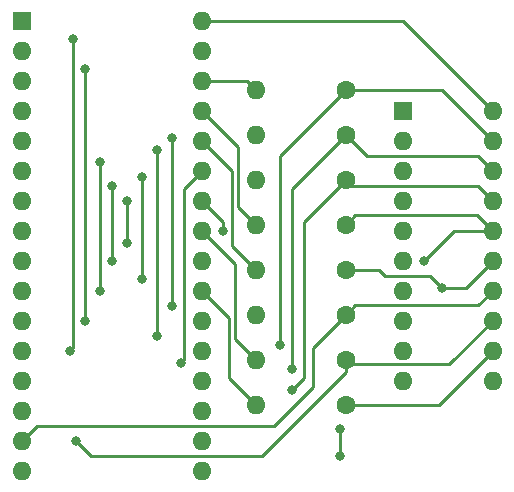
<source format=gtl>
G04 #@! TF.GenerationSoftware,KiCad,Pcbnew,5.1.12-84ad8e8a86~92~ubuntu20.04.1*
G04 #@! TF.CreationDate,2022-09-18T19:07:34-04:00*
G04 #@! TF.ProjectId,pal-dumper,70616c2d-6475-46d7-9065-722e6b696361,v1.0*
G04 #@! TF.SameCoordinates,Original*
G04 #@! TF.FileFunction,Copper,L1,Top*
G04 #@! TF.FilePolarity,Positive*
%FSLAX46Y46*%
G04 Gerber Fmt 4.6, Leading zero omitted, Abs format (unit mm)*
G04 Created by KiCad (PCBNEW 5.1.12-84ad8e8a86~92~ubuntu20.04.1) date 2022-09-18 19:07:34*
%MOMM*%
%LPD*%
G01*
G04 APERTURE LIST*
G04 #@! TA.AperFunction,ComponentPad*
%ADD10O,1.600000X1.600000*%
G04 #@! TD*
G04 #@! TA.AperFunction,ComponentPad*
%ADD11C,1.600000*%
G04 #@! TD*
G04 #@! TA.AperFunction,ComponentPad*
%ADD12R,1.600000X1.600000*%
G04 #@! TD*
G04 #@! TA.AperFunction,ViaPad*
%ADD13C,0.800000*%
G04 #@! TD*
G04 #@! TA.AperFunction,Conductor*
%ADD14C,0.250000*%
G04 #@! TD*
G04 APERTURE END LIST*
D10*
X136144000Y-92710000D03*
D11*
X143764000Y-92710000D03*
D10*
X156210000Y-83058000D03*
X148590000Y-105918000D03*
X156210000Y-85598000D03*
X148590000Y-103378000D03*
X156210000Y-88138000D03*
X148590000Y-100838000D03*
X156210000Y-90678000D03*
X148590000Y-98298000D03*
X156210000Y-93218000D03*
X148590000Y-95758000D03*
X156210000Y-95758000D03*
X148590000Y-93218000D03*
X156210000Y-98298000D03*
X148590000Y-90678000D03*
X156210000Y-100838000D03*
X148590000Y-88138000D03*
X156210000Y-103378000D03*
X148590000Y-85598000D03*
X156210000Y-105918000D03*
D12*
X148590000Y-83058000D03*
D10*
X131572000Y-75438000D03*
X116332000Y-113538000D03*
X131572000Y-77978000D03*
X116332000Y-110998000D03*
X131572000Y-80518000D03*
X116332000Y-108458000D03*
X131572000Y-83058000D03*
X116332000Y-105918000D03*
X131572000Y-85598000D03*
X116332000Y-103378000D03*
X131572000Y-88138000D03*
X116332000Y-100838000D03*
X131572000Y-90678000D03*
X116332000Y-98298000D03*
X131572000Y-93218000D03*
X116332000Y-95758000D03*
X131572000Y-95758000D03*
X116332000Y-93218000D03*
X131572000Y-98298000D03*
X116332000Y-90678000D03*
X131572000Y-100838000D03*
X116332000Y-88138000D03*
X131572000Y-103378000D03*
X116332000Y-85598000D03*
X131572000Y-105918000D03*
X116332000Y-83058000D03*
X131572000Y-108458000D03*
X116332000Y-80518000D03*
X131572000Y-110998000D03*
X116332000Y-77978000D03*
X131572000Y-113538000D03*
D12*
X116332000Y-75438000D03*
D10*
X136144000Y-81280000D03*
D11*
X143764000Y-81280000D03*
D10*
X136144000Y-85090000D03*
D11*
X143764000Y-85090000D03*
D10*
X136144000Y-88900000D03*
D11*
X143764000Y-88900000D03*
D10*
X136144000Y-96520000D03*
D11*
X143764000Y-96520000D03*
D10*
X136144000Y-100330000D03*
D11*
X143764000Y-100330000D03*
D10*
X136144000Y-104140000D03*
D11*
X143764000Y-104140000D03*
D10*
X136144000Y-107950000D03*
D11*
X143764000Y-107950000D03*
D13*
X120904000Y-110998000D03*
X129032000Y-85344000D03*
X129032000Y-99568000D03*
X151892000Y-98044000D03*
X150368000Y-95758000D03*
X139192000Y-106680000D03*
X139192000Y-104902000D03*
X138176000Y-102870000D03*
X143256000Y-109982000D03*
X143256000Y-112268000D03*
X120650000Y-76962000D03*
X120396000Y-103378000D03*
X129794000Y-104394000D03*
X121666000Y-79502000D03*
X121666000Y-100838000D03*
X133350000Y-93218000D03*
X122936000Y-87413000D03*
X122936000Y-98298000D03*
X123952000Y-89408000D03*
X123952000Y-95758000D03*
X125222000Y-90678000D03*
X125222000Y-94234000D03*
X126492000Y-97282000D03*
X126492000Y-88646000D03*
X127762000Y-102108000D03*
X127762000Y-86360004D03*
D14*
X131572000Y-98298000D02*
X133858000Y-100584000D01*
X133858000Y-105664000D02*
X136144000Y-107950000D01*
X133858000Y-100584000D02*
X133858000Y-105664000D01*
X151638000Y-107950000D02*
X156210000Y-103378000D01*
X143764000Y-107950000D02*
X151638000Y-107950000D01*
X131572000Y-93218000D02*
X134366000Y-96012000D01*
X134366000Y-102362000D02*
X136144000Y-104140000D01*
X134366000Y-96012000D02*
X134366000Y-102362000D01*
X152544999Y-104503001D02*
X156210000Y-100838000D01*
X144127001Y-104503001D02*
X152544999Y-104503001D01*
X143764000Y-104140000D02*
X144127001Y-104503001D01*
X143764000Y-105156000D02*
X143764000Y-104140000D01*
X136652000Y-112268000D02*
X143764000Y-105156000D01*
X122174000Y-112268000D02*
X136652000Y-112268000D01*
X120904000Y-110998000D02*
X122174000Y-112268000D01*
X129032000Y-85344000D02*
X129032000Y-99568000D01*
X154977999Y-99530001D02*
X156210000Y-98298000D01*
X144563999Y-99530001D02*
X154977999Y-99530001D01*
X143764000Y-100330000D02*
X144563999Y-99530001D01*
X137668000Y-109728000D02*
X117602000Y-109728000D01*
X117602000Y-109728000D02*
X116332000Y-110998000D01*
X140970000Y-106426000D02*
X137668000Y-109728000D01*
X140970000Y-103124000D02*
X140970000Y-106426000D01*
X143764000Y-100330000D02*
X140970000Y-103124000D01*
X131572000Y-85598000D02*
X134112000Y-88138000D01*
X134112000Y-94488000D02*
X136144000Y-96520000D01*
X134112000Y-88138000D02*
X134112000Y-94488000D01*
X156210000Y-95758000D02*
X153924000Y-98044000D01*
X153924000Y-98044000D02*
X151892000Y-98044000D01*
X150876000Y-97028000D02*
X151892000Y-98044000D01*
X147066000Y-97028000D02*
X150876000Y-97028000D01*
X146558000Y-96520000D02*
X147066000Y-97028000D01*
X143764000Y-96520000D02*
X146558000Y-96520000D01*
X131572000Y-83058000D02*
X134620000Y-86106000D01*
X134620000Y-91186000D02*
X136144000Y-92710000D01*
X134620000Y-86106000D02*
X134620000Y-91186000D01*
X154902001Y-91910001D02*
X156210000Y-93218000D01*
X144563999Y-91910001D02*
X154902001Y-91910001D01*
X143764000Y-92710000D02*
X144563999Y-91910001D01*
X156210000Y-93218000D02*
X152908000Y-93218000D01*
X152908000Y-93218000D02*
X150368000Y-95758000D01*
X139192000Y-106680000D02*
X140208000Y-105664000D01*
X140208000Y-92456000D02*
X143764000Y-88900000D01*
X140208000Y-105664000D02*
X140208000Y-92456000D01*
X154940000Y-89408000D02*
X156210000Y-90678000D01*
X144272000Y-89408000D02*
X154940000Y-89408000D01*
X143764000Y-88900000D02*
X144272000Y-89408000D01*
X143764000Y-85090000D02*
X139192000Y-89662000D01*
X139192000Y-89662000D02*
X139192000Y-104902000D01*
X154940000Y-86868000D02*
X156210000Y-88138000D01*
X145542000Y-86868000D02*
X154940000Y-86868000D01*
X143764000Y-85090000D02*
X145542000Y-86868000D01*
X135382000Y-80518000D02*
X136144000Y-81280000D01*
X131572000Y-80518000D02*
X135382000Y-80518000D01*
X151892000Y-81280000D02*
X156210000Y-85598000D01*
X143764000Y-81280000D02*
X151892000Y-81280000D01*
X138176000Y-86868000D02*
X143764000Y-81280000D01*
X138176000Y-102870000D02*
X138176000Y-86868000D01*
X148590000Y-75438000D02*
X156210000Y-83058000D01*
X131572000Y-75438000D02*
X148590000Y-75438000D01*
X143256000Y-112268000D02*
X143256000Y-109982000D01*
X120650000Y-76962000D02*
X120650000Y-103124000D01*
X120650000Y-103124000D02*
X120396000Y-103378000D01*
X130048000Y-89662000D02*
X130048000Y-104140000D01*
X130048000Y-104140000D02*
X129794000Y-104394000D01*
X131572000Y-88138000D02*
X130048000Y-89662000D01*
X121666000Y-79502000D02*
X121666000Y-100838000D01*
X133350000Y-92456000D02*
X133350000Y-93218000D01*
X131572000Y-90678000D02*
X133350000Y-92456000D01*
X122936000Y-87413000D02*
X122936000Y-98298000D01*
X123952000Y-89408000D02*
X123952000Y-95758000D01*
X125222000Y-90678000D02*
X125222000Y-94234000D01*
X126492000Y-97282000D02*
X126492000Y-88646000D01*
X127762000Y-102108000D02*
X127762000Y-86360004D01*
M02*

</source>
